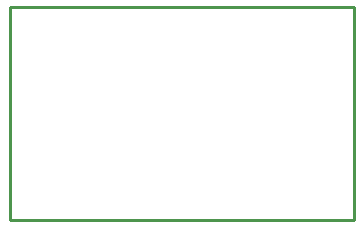
<source format=gko>
G04 Layer_Color=16711935*
%FSLAX25Y25*%
%MOIN*%
G70*
G01*
G75*
%ADD41C,0.01000*%
D41*
X113583Y98D02*
Y71161D01*
X-984Y98D02*
X113583D01*
X-984D02*
Y71161D01*
X113583D01*
M02*

</source>
